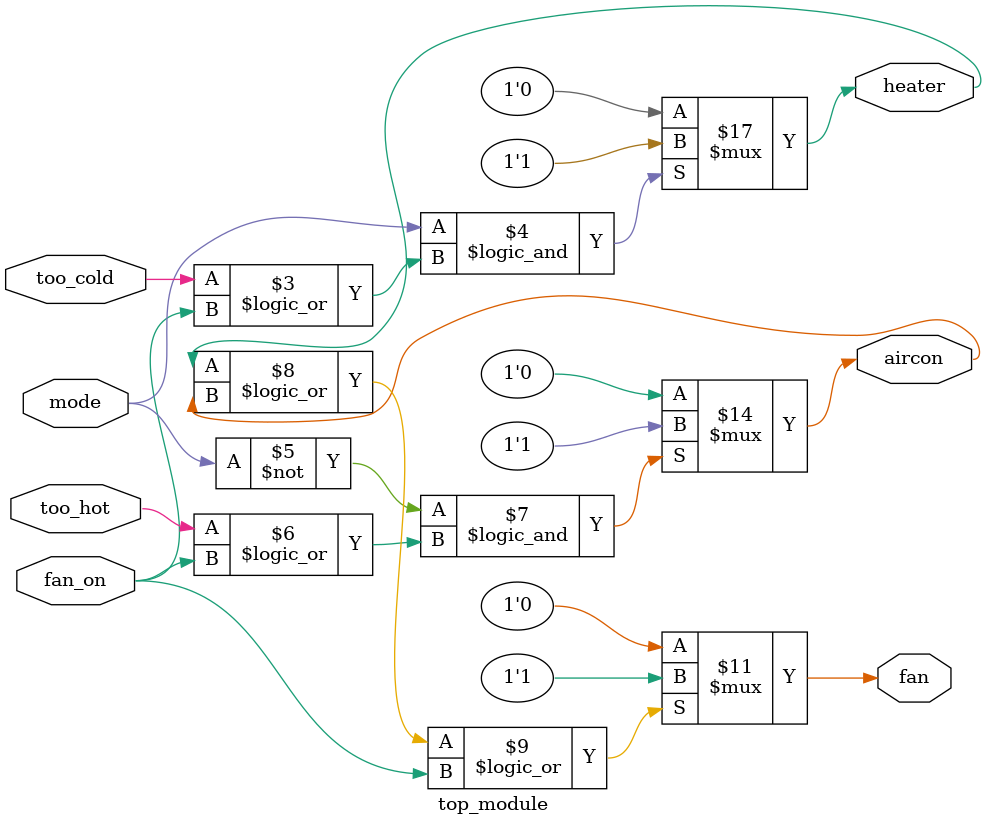
<source format=sv>
module top_module(
    input mode,
    input too_cold, 
    input too_hot,
    input fan_on,
    output reg heater,
    output reg aircon,
    output reg fan
);

always @(*) begin
    // Heater control logic
    if (mode == 1 && (too_cold || fan_on))
        heater = 1;
    else
        heater = 0;

    // Air conditioner control logic
    if (mode == 0 && (too_hot || fan_on))
        aircon = 1;
    else
        aircon = 0;

    // Fan control logic
    if (heater || aircon || fan_on)
        fan = 1;
    else
        fan = 0;
end

endmodule

</source>
